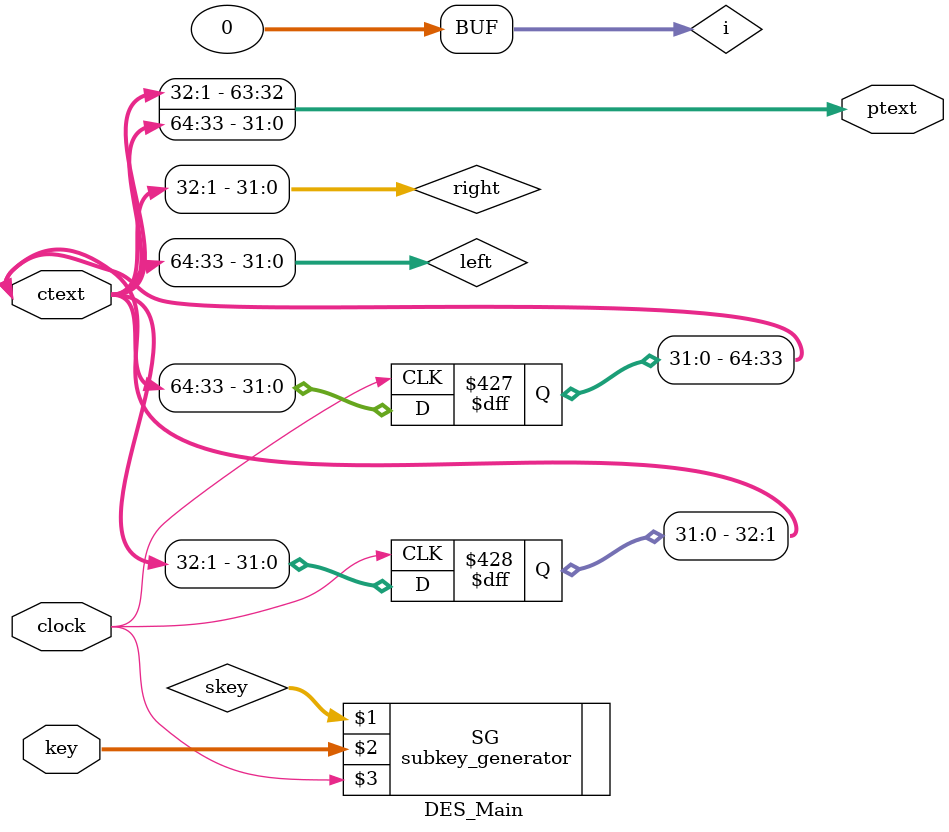
<source format=v>
module DES_Main (ptext, ctext, key, clock);

input clock;
input [64:1] ctext;
input [64:1] key;
output [64:1] ptext;

reg [32:1]left;
reg [32:1]right;
integer i;
reg [32:1]templeft;
reg [32:1]tempright;   

always @(ctext) 
begin
i = 0;
left = ctext[64:33];
right = ctext[32:1];

end

wire [1:48*16]skey;

subkey_generator SG (skey, key, clock);

function [1:48]expanded_data;
    input [1:32]data;
    integer i;
    begin
        expanded_data [1 : 6] = { data[32], data[1:4], data[5] };
      for(i=1;i<=6;i=i+1) 
        begin
          expanded_data[ (6*i)+1 +: 6 ] = data[ 4*i +: 6 ];
        end
        expanded_data [43 : 48] = { data[28], data[29:32], data[1] };
    end
  endfunction

function [1:4] s_out;
//module sbox(addr, dout);
input	[1:6] addr;
//output	[1:4] dout;
//reg	[1:4] dout;
begin
    case ({addr[1], addr[6], addr[2:5]})	//This maps to the values of the SBox table
         0:  s_out =  14;
         1:  s_out =   5;
         2:  s_out =   7;
         3:  s_out =   2;
         4:  s_out =  11;
         5:  s_out =   8;
         6:  s_out =   1;
         7:  s_out =  15;
         8:  s_out =   0;
         9:  s_out =  10;
        10:  s_out =   9;
        11:  s_out =   4;
        12:  s_out =   6;
        13:  s_out =  13;
        14:  s_out =  12;
        15:  s_out =   3;

        16:  s_out =   5;
        17:  s_out =   0;
        18:  s_out =   8;
        19:  s_out =  15;
        20:  s_out =  14;
        21:  s_out =   3;
        22:  s_out =   2;
        23:  s_out =  12;
        24:  s_out =  11;
        25:  s_out =   7;
        26:  s_out =   6;
        27:  s_out =   9;
        28:  s_out =  13;
        29:  s_out =   4;
        30:  s_out =   1;
        31:  s_out =  10;

        32:  s_out =   4;
        33:  s_out =   9;
        34:  s_out =   2;
        35:  s_out =  14;
        36:  s_out =   8;
        37:  s_out =   7;
        38:  s_out =  13;
        39:  s_out =   0;
        40:  s_out =  10;
        41:  s_out =  12;
        42:  s_out =  15;
        43:  s_out =   1;
        44:  s_out =   5;
        45:  s_out =  11;
        46:  s_out =   3;
        47:  s_out =   6;

        48:  s_out =   9;
        49:  s_out =   6;
        50:  s_out =  15;
        51:  s_out =   5;
        52:  s_out =   3;
        53:  s_out =   8;
        54:  s_out =   4;
        55:  s_out =  11;
        56:  s_out =   7;
        57:  s_out =   1;
        58:  s_out =  12;
        59:  s_out =   2;
        60:  s_out =   0;
        61:  s_out =  14;
        62:  s_out =  10;
        63:  s_out =  13;

    endcase

end
endfunction

function [1:32]perm_p;
    input [1:32]out;
    integer i;
    parameter [1:32*6]P = {6'd16, 6'd7, 6'd20, 6'd21, 6'd29, 6'd12, 6'd28, 6'd17, 6'd1,6'd15,6'd23,6'd26,6'd5,6'd18,6'd31,6'd10,6'd2,6'd8,6'd24,6'd14,6'd32,6'd27,6'd3,6'd9,6'd19,6'd13,6'd30,6'd6,6'd22,6'd11,6'd4,6'd25};
    begin
      for(i=1;i<=32;i=i+1)
		begin
			perm_p[i] = out[P[6*i -: 6]];
		end
    end
endfunction

function [1:32]f_out;    
    input [1:32]data;
	input [1:48]key;
	reg [1:32] temp;
	reg [1:48] s_in;  
    integer i;

begin
    s_in = expanded_data(data)^key;
    for(i=1;i<=8;i=i+1)
    temp[4*i -: 4]= s_out(s_in[(6*i) -: 6]);
    f_out = perm_p(temp);
end
endfunction

task round;

	input [32:1]Lin,Rin;
	input [48:1]key;
	output[32:1]Lout,Rout; 
	
	//wire Fout[32:1];
	
	begin
		//Fout = f_out(Rin,key);
		Rout = Lin ^ f_out(Rin, key);
		Lout = Rin;
	end

endtask

always@(posedge clock)
begin
    if(i <= 16 && i>0)
    begin
        round(left, right, skey[(48*i) -: 48], templeft, tempright);
        left=templeft;
        right=tempright;
        i = i+1;
    end 
    else if (i==0)
    begin
		i = i+1;
    end   
end

assign ptext = {right,left};

endmodule

</source>
